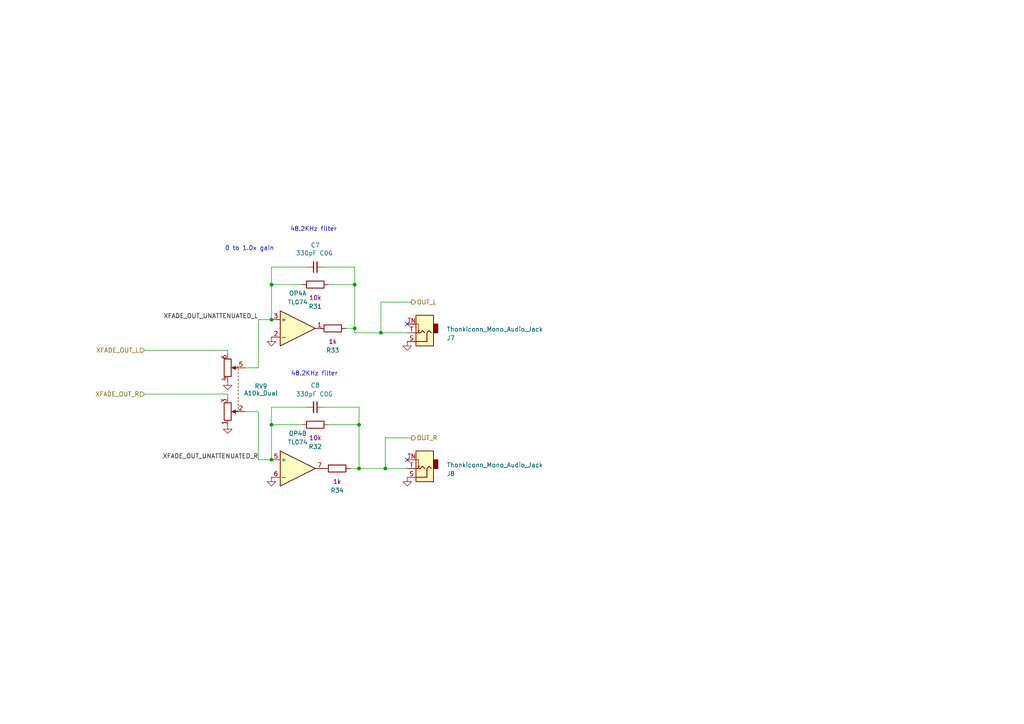
<source format=kicad_sch>
(kicad_sch (version 20250114) (generator "eeschema") (generator_version "9.0")
  (paper "A4")
  (lib_symbols
    (symbol "Amplifier_Operational:TL074" (pin_names (offset 0.127))
      (property "Reference" "U" (at 0 5.08 0))
      (property "Value" "TL074" (at 0 -5.08 0))
      (symbol "TL074_1_1"
        (polyline (pts (xy -5.08 5.08) (xy 5.08 0) (xy -5.08 -5.08) (xy -5.08 5.08)) (stroke (width 0.254)) (fill (type background)))
        (pin input line (at -7.62 2.54 0) (length 2.54) (name "+") (number "3"))
        (pin input line (at -7.62 -2.54 0) (length 2.54) (name "-") (number "2"))
        (pin output line (at 7.62 0 180) (length 2.54) (name "~") (number "1"))
      )
      (symbol "TL074_2_1"
        (polyline (pts (xy -5.08 5.08) (xy 5.08 0) (xy -5.08 -5.08) (xy -5.08 5.08)) (stroke (width 0.254)) (fill (type background)))
        (pin input line (at -7.62 2.54 0) (length 2.54) (name "+") (number "5"))
        (pin input line (at -7.62 -2.54 0) (length 2.54) (name "-") (number "6"))
        (pin output line (at 7.62 0 180) (length 2.54) (name "~") (number "7"))
      )
      (symbol "TL074_3_1"
        (polyline (pts (xy -5.08 5.08) (xy 5.08 0) (xy -5.08 -5.08) (xy -5.08 5.08)) (stroke (width 0.254)) (fill (type background)))
        (pin input line (at -7.62 2.54 0) (length 2.54) (name "+") (number "10"))
        (pin input line (at -7.62 -2.54 0) (length 2.54) (name "-") (number "9"))
        (pin output line (at 7.62 0 180) (length 2.54) (name "~") (number "8"))
      )
      (symbol "TL074_4_1"
        (polyline (pts (xy -5.08 5.08) (xy 5.08 0) (xy -5.08 -5.08) (xy -5.08 5.08)) (stroke (width 0.254)) (fill (type background)))
        (pin input line (at -7.62 2.54 0) (length 2.54) (name "+") (number "12"))
        (pin input line (at -7.62 -2.54 0) (length 2.54) (name "-") (number "13"))
        (pin output line (at 7.62 0 180) (length 2.54) (name "~") (number "14"))
      )
      (symbol "TL074_5_1"
        (pin power_in line (at -2.54 7.62 270) (length 3.81) (name "V+") (number "4"))
        (pin power_in line (at -2.54 -7.62 90) (length 3.81) (name "V-") (number "11"))
      )
    )
    (symbol "Lichen:10K_Potentiometer_Dual_Gang_Alpha_RD902F" (pin_names (offset 1.016) (hide yes))
      (property "Reference" "RV8" (at -1.27 -7.112 90))
      (property "Value" "B10k_Dual" (at 1.27 -7.112 90))
      (symbol "10K_Potentiometer_Dual_Gang_Alpha_RD902F_0_1"
        (rectangle (start -8.89 -1.524) (end -3.81 -3.556) (stroke (width 0.254)))
        (polyline (pts (xy -6.35 0) (xy -6.35 -1.016)))
        (polyline (pts (xy -6.35 0) (xy -6.35 -1.016)))
        (polyline (pts (xy -6.35 0) (xy -5.842 0.508)))
        (polyline (pts (xy -6.35 -1.397) (xy -6.858 -0.254) (xy -5.842 -0.254) (xy -6.35 -1.397)) (fill (type outline)))
        (polyline (pts (xy -5.588 0.508) (xy -5.08 0.508)))
        (polyline (pts (xy -4.572 0.508) (xy -4.064 0.508)))
        (polyline (pts (xy -3.556 0.508) (xy -3.048 0.508)))
        (polyline (pts (xy -2.54 0.508) (xy -2.032 0.508)))
        (polyline (pts (xy -1.524 0.508) (xy -1.016 0.508)))
        (polyline (pts (xy -0.508 0.508) (xy 0 0.508)))
        (polyline (pts (xy 0.508 0.508) (xy 1.016 0.508)))
        (polyline (pts (xy 1.524 0.508) (xy 2.032 0.508)))
        (polyline (pts (xy 2.54 0.508) (xy 3.048 0.508)))
        (polyline (pts (xy 3.556 0.508) (xy 4.064 0.508)))
        (rectangle (start 3.81 -1.524) (end 8.89 -3.556) (stroke (width 0.254)))
        (polyline (pts (xy 4.572 0.508) (xy 5.08 0.508)))
        (polyline (pts (xy 5.588 0.508) (xy 6.096 0.508)))
        (polyline (pts (xy 6.35 0) (xy 6.35 -1.016)))
        (polyline (pts (xy 6.35 0) (xy 6.35 -1.016)))
        (polyline (pts (xy 6.35 -1.397) (xy 5.842 -0.254) (xy 6.858 -0.254) (xy 6.35 -1.397)) (fill (type outline)))
        (polyline (pts (xy 6.604 0.508) (xy 6.858 0.508) (xy 6.35 0)))
      )
      (symbol "10K_Potentiometer_Dual_Gang_Alpha_RD902F_1_1"
        (pin passive line (at -10.16 -2.54 0) (length 1.27) (name "1") (number "1"))
        (pin passive line (at -6.35 2.54 270) (length 2.54) (name "2") (number "2"))
        (pin passive line (at -2.54 -2.54 180) (length 1.27) (name "3") (number "3"))
        (pin passive line (at 2.54 -2.54 0) (length 1.27) (name "4") (number "4"))
        (pin passive line (at 6.35 2.54 270) (length 2.54) (name "5") (number "5"))
        (pin passive line (at 10.16 -2.54 180) (length 1.27) (name "6") (number "6"))
      )
    )
    (symbol "Lichen:10k_0603" (pin_numbers (hide yes)) (pin_names (offset 0))
      (property "Reference" "R7" (at 2.54 1.2701 0))
      (property "Display" "10k" (at 2.54 -1.2699 0))
      (symbol "10k_0603_0_1"
        (rectangle (start -1.016 -2.54) (end 1.016 2.54) (stroke (width 0.254)))
      )
      (symbol "10k_0603_1_1"
        (pin passive line (at 0 3.81 270) (length 1.27) (name "~") (number "1"))
        (pin passive line (at 0 -3.81 90) (length 1.27) (name "~") (number "2"))
      )
    )
    (symbol "Lichen:1k_0603" (pin_numbers (hide yes)) (pin_names (offset 0))
      (property "Reference" "R8" (at 6.35 0 90))
      (property "Display" "1k" (at 3.81 0 90))
      (symbol "1k_0603_0_1"
        (rectangle (start -1.016 -2.54) (end 1.016 2.54) (stroke (width 0.254)))
      )
      (symbol "1k_0603_1_1"
        (pin passive line (at 0 3.81 270) (length 1.27) (name "~") (number "1"))
        (pin passive line (at 0 -3.81 90) (length 1.27) (name "~") (number "2"))
      )
    )
    (symbol "Lichen:330pF_C0G_0603_50V" (pin_numbers (hide yes)) (pin_names (offset 0.254) (hide yes))
      (property "Reference" "C11" (at 6.35 -0.0063 90))
      (property "Value" "330pF C0G" (at 4.064 0.254 90))
      (symbol "330pF_C0G_0603_50V_0_1"
        (polyline (pts (xy -1.524 0.508) (xy 1.524 0.508)) (stroke (width 0.3048)))
        (polyline (pts (xy -1.524 -0.508) (xy 1.524 -0.508)) (stroke (width 0.3302)))
      )
      (symbol "330pF_C0G_0603_50V_1_1"
        (pin passive line (at 0 2.54 270) (length 2.032) (name "~") (number "1"))
        (pin passive line (at 0 -2.54 90) (length 2.032) (name "~") (number "2"))
      )
    )
    (symbol "Lichen:Thonkiconn_Mono_Audio_Jack"
      (property "Reference" "J1" (at -7.366 1.016 0))
      (property "Value" "Thonkiconn_Mono_Audio_Jack" (at -7.366 -1.524 0))
      (symbol "Thonkiconn_Mono_Audio_Jack_0_1"
        (rectangle (start -2.54 0) (end -3.81 -2.54) (stroke (width 0.254)) (fill (type outline)))
        (polyline (pts (xy 0 0) (xy 0.635 -0.635) (xy 1.27 0) (xy 2.54 0)) (stroke (width 0.254)))
        (polyline (pts (xy 1.778 -0.254) (xy 2.032 -0.762)))
        (rectangle (start 2.54 3.81) (end -2.54 -5.08) (stroke (width 0.254)) (fill (type background)))
        (polyline (pts (xy 2.54 2.54) (xy -0.635 2.54) (xy -0.635 0) (xy -1.27 -0.635) (xy -1.905 0)) (stroke (width 0.254)))
        (polyline (pts (xy 2.54 -2.54) (xy 1.778 -2.54) (xy 1.778 -0.254) (xy 1.524 -0.762)))
      )
      (symbol "Thonkiconn_Mono_Audio_Jack_1_1"
        (pin passive line (at 5.08 2.54 180) (length 2.54) (name "~") (number "S"))
        (pin passive line (at 5.08 0 180) (length 2.54) (name "~") (number "T"))
        (pin passive line (at 5.08 -2.54 180) (length 2.54) (name "~") (number "TN"))
      )
    )
    (symbol "power:GND" (power) (pin_numbers (hide yes)) (pin_names (offset 0) (hide yes))
      (property "Value" "GND" (at 0 -3.81 0))
      (symbol "GND_0_1"
        (polyline (pts (xy 0 0) (xy 0 -1.27) (xy 1.27 -1.27) (xy 0 -2.54) (xy -1.27 -1.27) (xy 0 -1.27)))
      )
      (symbol "GND_1_1"
        (pin power_in line (at 0 0 270) (length 0) (name "~") (number "1"))
      )
    )
  )
  (text "48.2KHz filter" (at 91.186 108.458 0) (effects (font (size 1.27 1.27))))
  (text "0 to 1.0x gain" (at 72.39 72.136 0) (effects (font (size 1.27 1.27))))
  (text "48.2KHz filter" (at 90.932 66.548 0) (effects (font (size 1.27 1.27))))
  (junction (at 111.76 135.89))
  (junction (at 102.87 82.55))
  (junction (at 104.14 135.89))
  (junction (at 78.74 123.19))
  (junction (at 110.49 96.52))
  (junction (at 104.14 123.19))
  (junction (at 78.74 92.71))
  (junction (at 78.74 82.55))
  (junction (at 102.87 95.25))
  (junction (at 78.74 133.35))
  (no_connect (at 118.11 133.35))
  (no_connect (at 118.11 93.98))
  (wire (pts (xy 78.74 82.55) (xy 78.74 92.71)))
  (wire (pts (xy 102.87 82.55) (xy 102.87 95.25)))
  (wire (pts (xy 100.33 95.25) (xy 102.87 95.25)))
  (wire (pts (xy 104.14 118.11) (xy 104.14 123.19)))
  (wire (pts (xy 104.14 123.19) (xy 104.14 135.89)))
  (wire (pts (xy 110.49 87.63) (xy 110.49 96.52)))
  (wire (pts (xy 66.04 114.3) (xy 66.04 115.57)))
  (wire (pts (xy 78.74 82.55) (xy 87.63 82.55)))
  (wire (pts (xy 74.93 133.35) (xy 78.74 133.35)))
  (wire (pts (xy 102.87 77.47) (xy 102.87 82.55)))
  (wire (pts (xy 104.14 135.89) (xy 111.76 135.89)))
  (wire (pts (xy 111.76 135.89) (xy 118.11 135.89)))
  (wire (pts (xy 41.91 101.6) (xy 66.04 101.6)))
  (wire (pts (xy 102.87 96.52) (xy 102.87 95.25)))
  (wire (pts (xy 78.74 123.19) (xy 78.74 133.35)))
  (wire (pts (xy 74.93 133.35) (xy 74.93 119.38)))
  (wire (pts (xy 66.04 101.6) (xy 66.04 102.87)))
  (wire (pts (xy 110.49 87.63) (xy 119.38 87.63)))
  (wire (pts (xy 74.93 119.38) (xy 71.12 119.38)))
  (wire (pts (xy 95.25 82.55) (xy 102.87 82.55)))
  (wire (pts (xy 101.6 135.89) (xy 104.14 135.89)))
  (wire (pts (xy 41.91 114.3) (xy 66.04 114.3)))
  (wire (pts (xy 88.9 118.11) (xy 78.74 118.11)))
  (wire (pts (xy 111.76 127) (xy 111.76 135.89)))
  (wire (pts (xy 110.49 96.52) (xy 118.11 96.52)))
  (wire (pts (xy 74.93 92.71) (xy 74.93 106.68)))
  (wire (pts (xy 88.9 77.47) (xy 78.74 77.47)))
  (wire (pts (xy 74.93 92.71) (xy 78.74 92.71)))
  (wire (pts (xy 93.98 118.11) (xy 104.14 118.11)))
  (wire (pts (xy 92.71 95.25) (xy 93.98 95.25)))
  (wire (pts (xy 93.98 77.47) (xy 102.87 77.47)))
  (wire (pts (xy 78.74 77.47) (xy 78.74 82.55)))
  (wire (pts (xy 74.93 106.68) (xy 71.12 106.68)))
  (wire (pts (xy 78.74 123.19) (xy 87.63 123.19)))
  (wire (pts (xy 111.76 127) (xy 119.38 127)))
  (wire (pts (xy 102.87 96.52) (xy 110.49 96.52)))
  (wire (pts (xy 78.74 118.11) (xy 78.74 123.19)))
  (wire (pts (xy 95.25 123.19) (xy 104.14 123.19)))
  (label "XFADE_OUT_UNATTENUATED_L" (at 74.93 92.71 180))
  (label "XFADE_OUT_UNATTENUATED_R" (at 74.93 133.35 180))
  (hierarchical_label "OUT_R" (shape output) (at 119.38 127 0))
  (hierarchical_label "OUT_L" (shape output) (at 119.38 87.63 0))
  (hierarchical_label "XFADE_OUT_L" (shape input) (at 41.91 101.6 180))
  (hierarchical_label "XFADE_OUT_R" (shape input) (at 41.91 114.3 180))
  (symbol (lib_id "power:GND") (at 66.04 123.19 0) (unit 1)
    (property "Reference" "#PWR042" (effects (hide yes)))
    (property "Value" "GND" (effects (hide yes)))
    (property "Description" "Power symbol creates a global label with name \"GND\" , ground" (effects (hide yes)))
  )
  (symbol (lib_id "power:GND") (at 118.11 99.06 0) (unit 1)
    (property "Reference" "#PWR045" (effects (hide yes)))
    (property "Value" "GND" (effects (hide yes)))
    (property "Description" "Power symbol creates a global label with name \"GND\" , ground" (effects (hide yes)))
  )
  (symbol (lib_id "Lichen:10k_0603") (at 91.44 82.55 90) (mirror x) (unit 1)
    (property "Reference" "R31" (at 91.44 88.9 90))
    (property "Value" "10k_0603" (effects (hide yes)))
    (property "Footprint" "Lichen:R_0603" (effects (hide yes)))
    (property "Description" "10K, 1%, 1/10W, 0603" (effects (hide yes)))
    (property "Manufacturer" "UNI-ROYAL" (effects (hide yes)))
    (property "Part Number" "0603WAF1002T5E" (effects (hide yes)))
    (property "Display" "10k" (at 91.44 86.36 90))
    (property "JLCPCB ID" "C25804" (effects (hide yes)))
  )
  (symbol (lib_id "Lichen:10K_Potentiometer_Dual_Gang_Alpha_RD902F") (at 68.58 113.03 270) (mirror x) (unit 1)
    (property "Reference" "RV9" (at 75.692 112.014 90))
    (property "Value" "A10k_Dual" (at 75.692 114.046 90))
    (property "Footprint" "Lichen:Potentiometer_Alpha_RD902F-40-00D_Dual_Vertical" (effects (hide yes)))
    (property "Datasheet" "https://www.thonk.co.uk/shop/alpha-9mm-pots-vert-t18-dual-gang/" (effects (hide yes)))
    (property "Description" "Dual potentiometer" (effects (hide yes)))
    (property "Manufacturer" "Alpha" (effects (hide yes)))
    (property "Part Number" "RD90F-40" (effects (hide yes)))
  )
  (symbol (lib_id "power:GND") (at 118.11 138.43 0) (unit 1)
    (property "Reference" "#PWR046" (effects (hide yes)))
    (property "Value" "GND" (effects (hide yes)))
    (property "Description" "Power symbol creates a global label with name \"GND\" , ground" (effects (hide yes)))
  )
  (symbol (lib_id "power:GND") (at 66.04 110.49 0) (unit 1)
    (property "Reference" "#PWR041" (effects (hide yes)))
    (property "Value" "GND" (effects (hide yes)))
    (property "Description" "Power symbol creates a global label with name \"GND\" , ground" (effects (hide yes)))
  )
  (symbol (lib_id "Lichen:330pF_C0G_0603_50V") (at 91.44 77.47 90) (unit 1)
    (property "Reference" "C7" (at 91.4463 71.12 90))
    (property "Value" "330pF C0G" (at 91.186 73.406 90))
    (property "Footprint" "Lichen:C_0603" (effects (hide yes)))
    (property "Description" "330pF 50V C0G ±5% 0603 MLCC" (effects (hide yes)))
    (property "Specifications" "330pF 50V C0G ±5% 0603 MLCC" (effects (hide yes)))
    (property "Manufacturer" "Samsung Electro-Mechanics" (effects (hide yes)))
    (property "Part Number" "CL10C331JB8NNNC" (effects (hide yes)))
    (property "Display" "330pF C0G" (effects (hide yes)))
    (property "LCSC" "C1664" (effects (hide yes)))
  )
  (symbol (lib_id "Lichen:1k_0603") (at 97.79 135.89 90) (mirror x) (unit 1)
    (property "Reference" "R34" (at 97.79 142.24 90))
    (property "Value" "10k_0603" (effects (hide yes)))
    (property "Footprint" "Lichen:R_0603" (effects (hide yes)))
    (property "Datasheet" "https://www.lcsc.com/datasheet/lcsc_datasheet_2206010130_UNI-ROYAL-Uniroyal-Elec-0603WAF1001T5E_C21190.pdf" (effects (hide yes)))
    (property "Description" "1K, 1%, 1/10W, 0603" (effects (hide yes)))
    (property "Manufacturer" "UNI-ROYAL" (effects (hide yes)))
    (property "Part Number" "0603WAF1001T5E" (effects (hide yes)))
    (property "Display" "1k" (at 97.79 139.7 90))
    (property "JLCPCB ID" "C25804" (effects (hide yes)))
    (property "LCSC" "C21190" (effects (hide yes)))
  )
  (symbol (lib_id "Lichen:Thonkiconn_Mono_Audio_Jack") (at 123.19 135.89 180) (unit 1)
    (property "Reference" "J8" (at 129.54 137.414 0) (effects (justify right)))
    (property "Value" "Thonkiconn_Mono_Audio_Jack" (at 129.54 134.874 0) (effects (justify right)))
    (property "Footprint" "Lichen:Audio_Jack_Thonkiconn_Mono" (effects (hide yes)))
    (property "Datasheet" "https://www.thonk.co.uk/wp-content/uploads/2018/07/Thonkiconn_Jack_Datasheet-new.jpg" (effects (hide yes)))
    (property "Description" "Audio Jack, 2 Poles (Mono / TS), Switched T Pole (Normalling)" (effects (hide yes)))
    (property "Manufacturer" "WQP" (effects (hide yes)))
    (property "Part Number" "WQP518MA/PJ398SM" (effects (hide yes)))
  )
  (symbol (lib_id "power:GND") (at 78.74 97.79 0) (unit 1)
    (property "Reference" "#PWR043" (effects (hide yes)))
    (property "Value" "GND" (effects (hide yes)))
    (property "Description" "Power symbol creates a global label with name \"GND\" , ground" (effects (hide yes)))
  )
  (symbol (lib_id "power:GND") (at 78.74 138.43 0) (unit 1)
    (property "Reference" "#PWR044" (effects (hide yes)))
    (property "Value" "GND" (effects (hide yes)))
    (property "Description" "Power symbol creates a global label with name \"GND\" , ground" (effects (hide yes)))
  )
  (symbol (lib_id "Lichen:10k_0603") (at 91.44 123.19 90) (mirror x) (unit 1)
    (property "Reference" "R32" (at 91.44 129.54 90))
    (property "Value" "10k_0603" (effects (hide yes)))
    (property "Footprint" "Lichen:R_0603" (effects (hide yes)))
    (property "Description" "10K, 1%, 1/10W, 0603" (effects (hide yes)))
    (property "Manufacturer" "UNI-ROYAL" (effects (hide yes)))
    (property "Part Number" "0603WAF1002T5E" (effects (hide yes)))
    (property "Display" "10k" (at 91.44 127 90))
    (property "JLCPCB ID" "C25804" (effects (hide yes)))
  )
  (symbol (lib_id "Lichen:Thonkiconn_Mono_Audio_Jack") (at 123.19 96.52 180) (unit 1)
    (property "Reference" "J7" (at 129.54 98.044 0) (effects (justify right)))
    (property "Value" "Thonkiconn_Mono_Audio_Jack" (at 129.54 95.504 0) (effects (justify right)))
    (property "Footprint" "Lichen:Audio_Jack_Thonkiconn_Mono" (effects (hide yes)))
    (property "Datasheet" "https://www.thonk.co.uk/wp-content/uploads/2018/07/Thonkiconn_Jack_Datasheet-new.jpg" (effects (hide yes)))
    (property "Description" "Audio Jack, 2 Poles (Mono / TS), Switched T Pole (Normalling)" (effects (hide yes)))
    (property "Manufacturer" "WQP" (effects (hide yes)))
    (property "Part Number" "WQP518MA/PJ398SM" (effects (hide yes)))
  )
  (symbol (lib_id "Lichen:1k_0603") (at 96.52 95.25 90) (mirror x) (unit 1)
    (property "Reference" "R33" (at 96.52 101.6 90))
    (property "Value" "10k_0603" (effects (hide yes)))
    (property "Footprint" "Lichen:R_0603" (effects (hide yes)))
    (property "Datasheet" "https://www.lcsc.com/datasheet/lcsc_datasheet_2206010130_UNI-ROYAL-Uniroyal-Elec-0603WAF1001T5E_C21190.pdf" (effects (hide yes)))
    (property "Description" "1K, 1%, 1/10W, 0603" (effects (hide yes)))
    (property "Manufacturer" "UNI-ROYAL" (effects (hide yes)))
    (property "Part Number" "0603WAF1001T5E" (effects (hide yes)))
    (property "Display" "1k" (at 96.52 99.06 90))
    (property "JLCPCB ID" "C25804" (effects (hide yes)))
    (property "LCSC" "C21190" (effects (hide yes)))
  )
  (symbol (lib_id "Amplifier_Operational:TL074") (at 86.36 95.25 0) (unit 1)
    (property "Reference" "OP4" (at 86.36 85.09 0))
    (property "Value" "TL074" (at 86.36 87.63 0))
    (property "Footprint" "Package_SO:SOIC-14_3.9x8.7mm_P1.27mm" (effects (hide yes)))
    (property "Datasheet" "http://www.ti.com/lit/ds/symlink/tl071.pdf" (effects (hide yes)))
    (property "Description" "Quad Low-Noise JFET-Input Operational Amplifiers, DIP-14/SOIC-14" (effects (hide yes)))
  )
  (symbol (lib_id "Lichen:330pF_C0G_0603_50V") (at 91.44 118.11 270) (mirror x) (unit 1)
    (property "Reference" "C8" (at 91.4336 111.76 90))
    (property "Value" "330pF C0G" (at 91.186 114.3 90))
    (property "Footprint" "Lichen:C_0603" (effects (hide yes)))
    (property "Description" "330pF 50V C0G ±5% 0603 MLCC" (effects (hide yes)))
    (property "Specifications" "330pF 50V C0G ±5% 0603 MLCC" (effects (hide yes)))
    (property "Manufacturer" "Samsung Electro-Mechanics" (effects (hide yes)))
    (property "Part Number" "CL10C331JB8NNNC" (effects (hide yes)))
    (property "Display" "330pF C0G" (effects (hide yes)))
    (property "LCSC" "C1664" (effects (hide yes)))
  )
  (symbol (lib_id "Amplifier_Operational:TL074") (at 86.36 135.89 0) (unit 2)
    (property "Reference" "OP4" (at 86.36 125.73 0))
    (property "Value" "TL074" (at 86.36 128.27 0))
    (property "Footprint" "Package_SO:SOIC-14_3.9x8.7mm_P1.27mm" (effects (hide yes)))
    (property "Datasheet" "http://www.ti.com/lit/ds/symlink/tl071.pdf" (effects (hide yes)))
    (property "Description" "Quad Low-Noise JFET-Input Operational Amplifiers, DIP-14/SOIC-14" (effects (hide yes)))
  )
)
</source>
